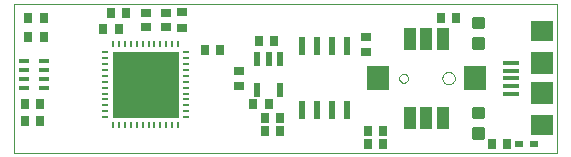
<source format=gtp>
G75*
G70*
%OFA0B0*%
%FSLAX24Y24*%
%IPPOS*%
%LPD*%
%AMOC8*
5,1,8,0,0,1.08239X$1,22.5*
%
%ADD10C,0.0000*%
%ADD11R,0.0276X0.0354*%
%ADD12R,0.0433X0.0728*%
%ADD13R,0.0748X0.0787*%
%ADD14R,0.0551X0.0138*%
%ADD15R,0.0748X0.0709*%
%ADD16R,0.0748X0.0748*%
%ADD17R,0.0236X0.0610*%
%ADD18R,0.0217X0.0472*%
%ADD19R,0.0091X0.0236*%
%ADD20R,0.0236X0.0091*%
%ADD21R,0.2205X0.2205*%
%ADD22C,0.0118*%
%ADD23R,0.0276X0.0197*%
%ADD24R,0.0354X0.0276*%
%ADD25R,0.0354X0.0315*%
%ADD26R,0.0355X0.0180*%
D10*
X004510Y003979D02*
X004510Y008969D01*
X022630Y008969D01*
X022630Y003979D01*
X004510Y003979D01*
X017363Y006479D02*
X017365Y006503D01*
X017371Y006526D01*
X017380Y006548D01*
X017393Y006568D01*
X017408Y006586D01*
X017427Y006601D01*
X017448Y006613D01*
X017470Y006621D01*
X017493Y006626D01*
X017517Y006627D01*
X017541Y006624D01*
X017563Y006617D01*
X017585Y006607D01*
X017605Y006594D01*
X017622Y006577D01*
X017636Y006558D01*
X017647Y006537D01*
X017655Y006514D01*
X017659Y006491D01*
X017659Y006467D01*
X017655Y006444D01*
X017647Y006421D01*
X017636Y006400D01*
X017622Y006381D01*
X017605Y006364D01*
X017585Y006351D01*
X017563Y006341D01*
X017541Y006334D01*
X017517Y006331D01*
X017493Y006332D01*
X017470Y006337D01*
X017448Y006345D01*
X017427Y006357D01*
X017408Y006372D01*
X017393Y006390D01*
X017380Y006410D01*
X017371Y006432D01*
X017365Y006455D01*
X017363Y006479D01*
X018801Y006479D02*
X018803Y006507D01*
X018809Y006535D01*
X018818Y006561D01*
X018831Y006587D01*
X018847Y006610D01*
X018867Y006630D01*
X018889Y006648D01*
X018913Y006663D01*
X018939Y006674D01*
X018966Y006682D01*
X018994Y006686D01*
X019022Y006686D01*
X019050Y006682D01*
X019077Y006674D01*
X019103Y006663D01*
X019127Y006648D01*
X019149Y006630D01*
X019169Y006610D01*
X019185Y006587D01*
X019198Y006561D01*
X019207Y006535D01*
X019213Y006507D01*
X019215Y006479D01*
X019213Y006451D01*
X019207Y006423D01*
X019198Y006397D01*
X019185Y006371D01*
X019169Y006348D01*
X019149Y006328D01*
X019127Y006310D01*
X019103Y006295D01*
X019077Y006284D01*
X019050Y006276D01*
X019022Y006272D01*
X018994Y006272D01*
X018966Y006276D01*
X018939Y006284D01*
X018913Y006295D01*
X018889Y006310D01*
X018867Y006328D01*
X018847Y006348D01*
X018831Y006371D01*
X018818Y006397D01*
X018809Y006423D01*
X018803Y006451D01*
X018801Y006479D01*
D11*
X016828Y004729D03*
X016828Y004292D03*
X016316Y004292D03*
X016316Y004729D03*
X013390Y004729D03*
X012879Y004729D03*
X012879Y005167D03*
X013015Y005604D03*
X012504Y005604D03*
X013390Y005167D03*
X011390Y007417D03*
X010879Y007417D03*
X012691Y007729D03*
X013203Y007729D03*
X008265Y008667D03*
X007754Y008667D03*
X007504Y008104D03*
X008015Y008104D03*
X005515Y007854D03*
X005004Y007854D03*
X005004Y008479D03*
X005515Y008479D03*
X005390Y005604D03*
X004879Y005604D03*
X004879Y005042D03*
X005390Y005042D03*
X018754Y008479D03*
X019265Y008479D03*
X020441Y004292D03*
X020953Y004292D03*
D12*
X018811Y005170D03*
X018260Y005170D03*
X017708Y005170D03*
X017708Y007789D03*
X018260Y007789D03*
X018811Y007789D03*
D13*
X019874Y006479D03*
X016645Y006479D03*
D14*
X021091Y006479D03*
X021091Y006224D03*
X021091Y005968D03*
X021091Y006735D03*
X021091Y006991D03*
D15*
X022135Y008054D03*
X022135Y004905D03*
D16*
X022135Y005979D03*
X022135Y006979D03*
D17*
X015635Y007539D03*
X015135Y007539D03*
X014635Y007539D03*
X014135Y007539D03*
X014135Y005413D03*
X014635Y005413D03*
X015135Y005413D03*
X015635Y005413D03*
D18*
X013384Y006093D03*
X012635Y006093D03*
X012635Y007116D03*
X013010Y007116D03*
X013384Y007116D03*
D19*
X009994Y007624D03*
X009797Y007624D03*
X009600Y007624D03*
X009403Y007624D03*
X009206Y007624D03*
X009010Y007624D03*
X008813Y007624D03*
X008616Y007624D03*
X008419Y007624D03*
X008222Y007624D03*
X008025Y007624D03*
X007828Y007624D03*
X007828Y004907D03*
X008025Y004907D03*
X008222Y004907D03*
X008419Y004907D03*
X008616Y004907D03*
X008813Y004907D03*
X009010Y004907D03*
X009206Y004907D03*
X009403Y004907D03*
X009600Y004907D03*
X009797Y004907D03*
X009994Y004907D03*
D20*
X010269Y005183D03*
X010269Y005380D03*
X010269Y005576D03*
X010269Y005773D03*
X010269Y005970D03*
X010269Y006167D03*
X010269Y006364D03*
X010269Y006561D03*
X010269Y006758D03*
X010269Y006954D03*
X010269Y007151D03*
X010269Y007348D03*
X007553Y007348D03*
X007553Y007151D03*
X007553Y006954D03*
X007553Y006758D03*
X007553Y006561D03*
X007553Y006364D03*
X007553Y006167D03*
X007553Y005970D03*
X007553Y005773D03*
X007553Y005576D03*
X007553Y005380D03*
X007553Y005183D03*
D21*
X008911Y006265D03*
D22*
X019872Y005187D02*
X020148Y005187D01*
X019872Y005187D02*
X019872Y005463D01*
X020148Y005463D01*
X020148Y005187D01*
X020148Y005304D02*
X019872Y005304D01*
X019872Y005421D02*
X020148Y005421D01*
X020148Y004496D02*
X019872Y004496D01*
X019872Y004772D01*
X020148Y004772D01*
X020148Y004496D01*
X020148Y004613D02*
X019872Y004613D01*
X019872Y004730D02*
X020148Y004730D01*
X020148Y007772D02*
X019872Y007772D01*
X020148Y007772D02*
X020148Y007496D01*
X019872Y007496D01*
X019872Y007772D01*
X019872Y007613D02*
X020148Y007613D01*
X020148Y007730D02*
X019872Y007730D01*
X019872Y008463D02*
X020148Y008463D01*
X020148Y008187D01*
X019872Y008187D01*
X019872Y008463D01*
X019872Y008304D02*
X020148Y008304D01*
X020148Y008421D02*
X019872Y008421D01*
D23*
X021359Y004292D03*
X021871Y004292D03*
D24*
X016260Y007349D03*
X016260Y007860D03*
X012010Y006735D03*
X012010Y006224D03*
X010135Y008161D03*
X010135Y008673D03*
D25*
X009584Y008663D03*
X009584Y008171D03*
X008935Y008171D03*
X008935Y008663D03*
D26*
X005530Y007069D03*
X005530Y006759D03*
X005530Y006449D03*
X005530Y006139D03*
X004865Y006139D03*
X004865Y006449D03*
X004865Y006759D03*
X004865Y007069D03*
M02*

</source>
